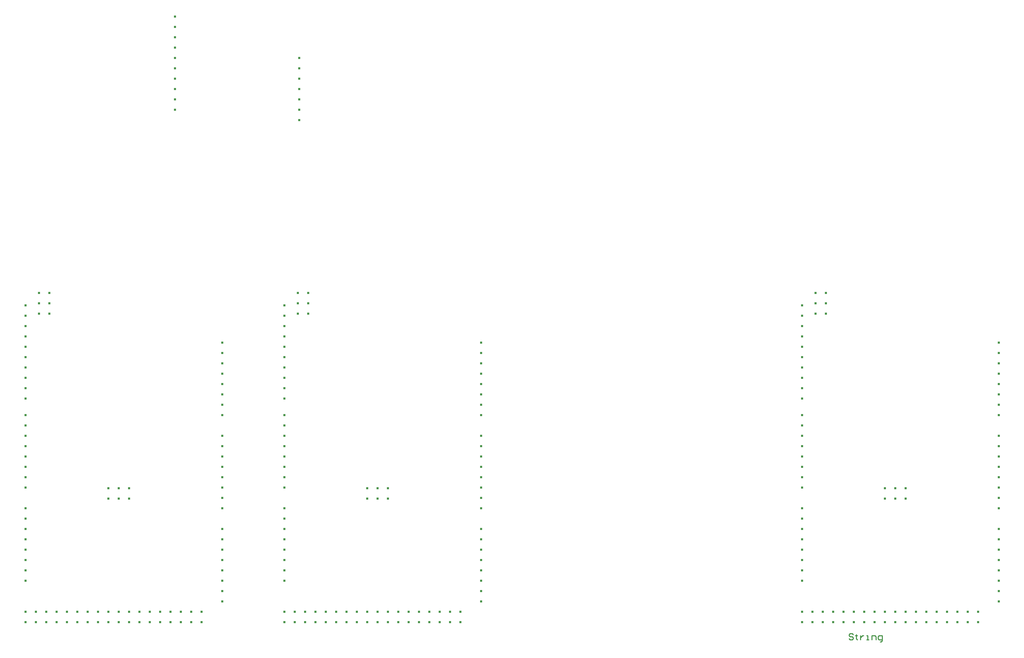
<source format=gbr>
%TF.GenerationSoftware,Altium Limited,Altium Designer,21.6.4 (81)*%
G04 Layer_Color=65535*
%FSLAX26Y26*%
%MOIN*%
%TF.SameCoordinates,892991E7-994B-4F78-B437-02A20B6E2807*%
%TF.FilePolarity,Positive*%
%TF.FileFunction,Other,Top_Designators*%
%TF.Part,Single*%
G01*
G75*
%TA.AperFunction,NonConductor*%
%ADD83C,0.010000*%
G36*
X6560000Y6140000D02*
X6540000D01*
Y6160000D01*
X6560000D01*
Y6140000D01*
D02*
G37*
G36*
Y6040000D02*
X6540000D01*
Y6060000D01*
X6560000D01*
Y6040000D01*
D02*
G37*
G36*
Y5940000D02*
X6540000D01*
Y5960000D01*
X6560000D01*
Y5940000D01*
D02*
G37*
G36*
Y5840000D02*
X6540000D01*
Y5860000D01*
X6560000D01*
Y5840000D01*
D02*
G37*
G36*
X7760000Y5740000D02*
X7740000D01*
Y5760000D01*
X7760000D01*
Y5740000D01*
D02*
G37*
G36*
X6560000D02*
X6540000D01*
Y5760000D01*
X6560000D01*
Y5740000D01*
D02*
G37*
G36*
X7760000Y5640000D02*
X7740000D01*
Y5660000D01*
X7760000D01*
Y5640000D01*
D02*
G37*
G36*
X6560000D02*
X6540000D01*
Y5660000D01*
X6560000D01*
Y5640000D01*
D02*
G37*
G36*
X7760000Y5540000D02*
X7740000D01*
Y5560000D01*
X7760000D01*
Y5540000D01*
D02*
G37*
G36*
X6560000D02*
X6540000D01*
Y5560000D01*
X6560000D01*
Y5540000D01*
D02*
G37*
G36*
X7760000Y5440000D02*
X7740000D01*
Y5460000D01*
X7760000D01*
Y5440000D01*
D02*
G37*
G36*
X6560000D02*
X6540000D01*
Y5460000D01*
X6560000D01*
Y5440000D01*
D02*
G37*
G36*
X7760000Y5340000D02*
X7740000D01*
Y5360000D01*
X7760000D01*
Y5340000D01*
D02*
G37*
G36*
X6560000D02*
X6540000D01*
Y5360000D01*
X6560000D01*
Y5340000D01*
D02*
G37*
G36*
X7760000Y5240000D02*
X7740000D01*
Y5260000D01*
X7760000D01*
Y5240000D01*
D02*
G37*
G36*
X6560000D02*
X6540000D01*
Y5260000D01*
X6560000D01*
Y5240000D01*
D02*
G37*
G36*
X7760000Y5140000D02*
X7740000D01*
Y5160000D01*
X7760000D01*
Y5140000D01*
D02*
G37*
G36*
X7846299Y3470000D02*
X7826299D01*
Y3490000D01*
X7846299D01*
Y3470000D01*
D02*
G37*
G36*
X7746299D02*
X7726299D01*
Y3490000D01*
X7746299D01*
Y3470000D01*
D02*
G37*
G36*
X5346299D02*
X5326299D01*
Y3490000D01*
X5346299D01*
Y3470000D01*
D02*
G37*
G36*
X5246299D02*
X5226299D01*
Y3490000D01*
X5246299D01*
Y3470000D01*
D02*
G37*
G36*
X7846299Y3370000D02*
X7826299D01*
Y3390000D01*
X7846299D01*
Y3370000D01*
D02*
G37*
G36*
X7746299D02*
X7726299D01*
Y3390000D01*
X7746299D01*
Y3370000D01*
D02*
G37*
G36*
X5346299D02*
X5326299D01*
Y3390000D01*
X5346299D01*
Y3370000D01*
D02*
G37*
G36*
X5246299D02*
X5226299D01*
Y3390000D01*
X5246299D01*
Y3370000D01*
D02*
G37*
G36*
X7616299Y3350000D02*
X7596299D01*
Y3370000D01*
X7616299D01*
Y3350000D01*
D02*
G37*
G36*
X5116299D02*
X5096299D01*
Y3370000D01*
X5116299D01*
Y3350000D01*
D02*
G37*
G36*
X7846299Y3270000D02*
X7826299D01*
Y3290000D01*
X7846299D01*
Y3270000D01*
D02*
G37*
G36*
X7746299D02*
X7726299D01*
Y3290000D01*
X7746299D01*
Y3270000D01*
D02*
G37*
G36*
X5346299D02*
X5326299D01*
Y3290000D01*
X5346299D01*
Y3270000D01*
D02*
G37*
G36*
X5246299D02*
X5226299D01*
Y3290000D01*
X5246299D01*
Y3270000D01*
D02*
G37*
G36*
X7616299Y3250000D02*
X7596299D01*
Y3270000D01*
X7616299D01*
Y3250000D01*
D02*
G37*
G36*
X5116299D02*
X5096299D01*
Y3270000D01*
X5116299D01*
Y3250000D01*
D02*
G37*
G36*
X7616299Y3150000D02*
X7596299D01*
Y3170000D01*
X7616299D01*
Y3150000D01*
D02*
G37*
G36*
X5116299D02*
X5096299D01*
Y3170000D01*
X5116299D01*
Y3150000D01*
D02*
G37*
G36*
X7616299Y3050000D02*
X7596299D01*
Y3070000D01*
X7616299D01*
Y3050000D01*
D02*
G37*
G36*
X5116299D02*
X5096299D01*
Y3070000D01*
X5116299D01*
Y3050000D01*
D02*
G37*
G36*
X7016299Y2990000D02*
X6996299D01*
Y3010000D01*
X7016299D01*
Y2990000D01*
D02*
G37*
G36*
X7616299Y2950000D02*
X7596299D01*
Y2970000D01*
X7616299D01*
Y2950000D01*
D02*
G37*
G36*
X5116299D02*
X5096299D01*
Y2970000D01*
X5116299D01*
Y2950000D01*
D02*
G37*
G36*
X7016299Y2890000D02*
X6996299D01*
Y2910000D01*
X7016299D01*
Y2890000D01*
D02*
G37*
G36*
X7616299Y2850000D02*
X7596299D01*
Y2870000D01*
X7616299D01*
Y2850000D01*
D02*
G37*
G36*
X5116299D02*
X5096299D01*
Y2870000D01*
X5116299D01*
Y2850000D01*
D02*
G37*
G36*
X7016299Y2790000D02*
X6996299D01*
Y2810000D01*
X7016299D01*
Y2790000D01*
D02*
G37*
G36*
X7616299Y2750000D02*
X7596299D01*
Y2770000D01*
X7616299D01*
Y2750000D01*
D02*
G37*
G36*
X5116299D02*
X5096299D01*
Y2770000D01*
X5116299D01*
Y2750000D01*
D02*
G37*
G36*
X7016299Y2690000D02*
X6996299D01*
Y2710000D01*
X7016299D01*
Y2690000D01*
D02*
G37*
G36*
X7616299Y2650000D02*
X7596299D01*
Y2670000D01*
X7616299D01*
Y2650000D01*
D02*
G37*
G36*
X5116299D02*
X5096299D01*
Y2670000D01*
X5116299D01*
Y2650000D01*
D02*
G37*
G36*
X7016299Y2590000D02*
X6996299D01*
Y2610000D01*
X7016299D01*
Y2590000D01*
D02*
G37*
G36*
X7616299Y2550000D02*
X7596299D01*
Y2570000D01*
X7616299D01*
Y2550000D01*
D02*
G37*
G36*
X5116299D02*
X5096299D01*
Y2570000D01*
X5116299D01*
Y2550000D01*
D02*
G37*
G36*
X7016299Y2490000D02*
X6996299D01*
Y2510000D01*
X7016299D01*
Y2490000D01*
D02*
G37*
G36*
X7616299Y2450000D02*
X7596299D01*
Y2470000D01*
X7616299D01*
Y2450000D01*
D02*
G37*
G36*
X5116299D02*
X5096299D01*
Y2470000D01*
X5116299D01*
Y2450000D01*
D02*
G37*
G36*
X7016299Y2390000D02*
X6996299D01*
Y2410000D01*
X7016299D01*
Y2390000D01*
D02*
G37*
G36*
X7616299Y2290000D02*
X7596299D01*
Y2310000D01*
X7616299D01*
Y2290000D01*
D02*
G37*
G36*
X7016299D02*
X6996299D01*
Y2310000D01*
X7016299D01*
Y2290000D01*
D02*
G37*
G36*
X5116299D02*
X5096299D01*
Y2310000D01*
X5116299D01*
Y2290000D01*
D02*
G37*
G36*
X7616299Y2190000D02*
X7596299D01*
Y2210000D01*
X7616299D01*
Y2190000D01*
D02*
G37*
G36*
X5116299D02*
X5096299D01*
Y2210000D01*
X5116299D01*
Y2190000D01*
D02*
G37*
G36*
X7616299Y2090000D02*
X7596299D01*
Y2110000D01*
X7616299D01*
Y2090000D01*
D02*
G37*
G36*
X7016299D02*
X6996299D01*
Y2110000D01*
X7016299D01*
Y2090000D01*
D02*
G37*
G36*
X5116299D02*
X5096299D01*
Y2110000D01*
X5116299D01*
Y2090000D01*
D02*
G37*
G36*
X7616299Y1990000D02*
X7596299D01*
Y2010000D01*
X7616299D01*
Y1990000D01*
D02*
G37*
G36*
X7016299D02*
X6996299D01*
Y2010000D01*
X7016299D01*
Y1990000D01*
D02*
G37*
G36*
X5116299D02*
X5096299D01*
Y2010000D01*
X5116299D01*
Y1990000D01*
D02*
G37*
G36*
X7616299Y1890000D02*
X7596299D01*
Y1910000D01*
X7616299D01*
Y1890000D01*
D02*
G37*
G36*
X7016299D02*
X6996299D01*
Y1910000D01*
X7016299D01*
Y1890000D01*
D02*
G37*
G36*
X5116299D02*
X5096299D01*
Y1910000D01*
X5116299D01*
Y1890000D01*
D02*
G37*
G36*
X7616299Y1790000D02*
X7596299D01*
Y1810000D01*
X7616299D01*
Y1790000D01*
D02*
G37*
G36*
X7016299D02*
X6996299D01*
Y1810000D01*
X7016299D01*
Y1790000D01*
D02*
G37*
G36*
X5116299D02*
X5096299D01*
Y1810000D01*
X5116299D01*
Y1790000D01*
D02*
G37*
G36*
X7616299Y1690000D02*
X7596299D01*
Y1710000D01*
X7616299D01*
Y1690000D01*
D02*
G37*
G36*
X7016299D02*
X6996299D01*
Y1710000D01*
X7016299D01*
Y1690000D01*
D02*
G37*
G36*
X5116299D02*
X5096299D01*
Y1710000D01*
X5116299D01*
Y1690000D01*
D02*
G37*
G36*
X7616299Y1590000D02*
X7596299D01*
Y1610000D01*
X7616299D01*
Y1590000D01*
D02*
G37*
G36*
X7016299D02*
X6996299D01*
Y1610000D01*
X7016299D01*
Y1590000D01*
D02*
G37*
G36*
X5116299D02*
X5096299D01*
Y1610000D01*
X5116299D01*
Y1590000D01*
D02*
G37*
G36*
X6116299Y1585000D02*
X6096299D01*
Y1605000D01*
X6116299D01*
Y1585000D01*
D02*
G37*
G36*
X6016299D02*
X5996299D01*
Y1605000D01*
X6016299D01*
Y1585000D01*
D02*
G37*
G36*
X5916299D02*
X5896299D01*
Y1605000D01*
X5916299D01*
Y1585000D01*
D02*
G37*
G36*
X7016299Y1490000D02*
X6996299D01*
Y1510000D01*
X7016299D01*
Y1490000D01*
D02*
G37*
G36*
X6116299Y1485000D02*
X6096299D01*
Y1505000D01*
X6116299D01*
Y1485000D01*
D02*
G37*
G36*
X6016299D02*
X5996299D01*
Y1505000D01*
X6016299D01*
Y1485000D01*
D02*
G37*
G36*
X5916299D02*
X5896299D01*
Y1505000D01*
X5916299D01*
Y1485000D01*
D02*
G37*
G36*
X7616299Y1390000D02*
X7596299D01*
Y1410000D01*
X7616299D01*
Y1390000D01*
D02*
G37*
G36*
X7016299D02*
X6996299D01*
Y1410000D01*
X7016299D01*
Y1390000D01*
D02*
G37*
G36*
X5116299D02*
X5096299D01*
Y1410000D01*
X5116299D01*
Y1390000D01*
D02*
G37*
G36*
X7616299Y1290000D02*
X7596299D01*
Y1310000D01*
X7616299D01*
Y1290000D01*
D02*
G37*
G36*
X5116299D02*
X5096299D01*
Y1310000D01*
X5116299D01*
Y1290000D01*
D02*
G37*
G36*
X7616299Y1190000D02*
X7596299D01*
Y1210000D01*
X7616299D01*
Y1190000D01*
D02*
G37*
G36*
X7016299D02*
X6996299D01*
Y1210000D01*
X7016299D01*
Y1190000D01*
D02*
G37*
G36*
X5116299D02*
X5096299D01*
Y1210000D01*
X5116299D01*
Y1190000D01*
D02*
G37*
G36*
X7616299Y1090000D02*
X7596299D01*
Y1110000D01*
X7616299D01*
Y1090000D01*
D02*
G37*
G36*
X7016299D02*
X6996299D01*
Y1110000D01*
X7016299D01*
Y1090000D01*
D02*
G37*
G36*
X5116299D02*
X5096299D01*
Y1110000D01*
X5116299D01*
Y1090000D01*
D02*
G37*
G36*
X7616299Y990000D02*
X7596299D01*
Y1010000D01*
X7616299D01*
Y990000D01*
D02*
G37*
G36*
X7016299D02*
X6996299D01*
Y1010000D01*
X7016299D01*
Y990000D01*
D02*
G37*
G36*
X5116299D02*
X5096299D01*
Y1010000D01*
X5116299D01*
Y990000D01*
D02*
G37*
G36*
X7616299Y890000D02*
X7596299D01*
Y910000D01*
X7616299D01*
Y890000D01*
D02*
G37*
G36*
X7016299D02*
X6996299D01*
Y910000D01*
X7016299D01*
Y890000D01*
D02*
G37*
G36*
X5116299D02*
X5096299D01*
Y910000D01*
X5116299D01*
Y890000D01*
D02*
G37*
G36*
X7616299Y790000D02*
X7596299D01*
Y810000D01*
X7616299D01*
Y790000D01*
D02*
G37*
G36*
X7016299D02*
X6996299D01*
Y810000D01*
X7016299D01*
Y790000D01*
D02*
G37*
G36*
X5116299D02*
X5096299D01*
Y810000D01*
X5116299D01*
Y790000D01*
D02*
G37*
G36*
X7616299Y690000D02*
X7596299D01*
Y710000D01*
X7616299D01*
Y690000D01*
D02*
G37*
G36*
X7016299D02*
X6996299D01*
Y710000D01*
X7016299D01*
Y690000D01*
D02*
G37*
G36*
X5116299D02*
X5096299D01*
Y710000D01*
X5116299D01*
Y690000D01*
D02*
G37*
G36*
X7016299Y590000D02*
X6996299D01*
Y610000D01*
X7016299D01*
Y590000D01*
D02*
G37*
G36*
Y490000D02*
X6996299D01*
Y510000D01*
X7016299D01*
Y490000D01*
D02*
G37*
G36*
X7916299Y390000D02*
X7896299D01*
Y410000D01*
X7916299D01*
Y390000D01*
D02*
G37*
G36*
X7816299D02*
X7796299D01*
Y410000D01*
X7816299D01*
Y390000D01*
D02*
G37*
G36*
X7716299D02*
X7696299D01*
Y410000D01*
X7716299D01*
Y390000D01*
D02*
G37*
G36*
X7616299D02*
X7596299D01*
Y410000D01*
X7616299D01*
Y390000D01*
D02*
G37*
G36*
X6816299D02*
X6796299D01*
Y410000D01*
X6816299D01*
Y390000D01*
D02*
G37*
G36*
X6716299D02*
X6696299D01*
Y410000D01*
X6716299D01*
Y390000D01*
D02*
G37*
G36*
X6616299D02*
X6596299D01*
Y410000D01*
X6616299D01*
Y390000D01*
D02*
G37*
G36*
X6516299D02*
X6496299D01*
Y410000D01*
X6516299D01*
Y390000D01*
D02*
G37*
G36*
X6416299D02*
X6396299D01*
Y410000D01*
X6416299D01*
Y390000D01*
D02*
G37*
G36*
X6316299D02*
X6296299D01*
Y410000D01*
X6316299D01*
Y390000D01*
D02*
G37*
G36*
X6216299D02*
X6196299D01*
Y410000D01*
X6216299D01*
Y390000D01*
D02*
G37*
G36*
X6116299D02*
X6096299D01*
Y410000D01*
X6116299D01*
Y390000D01*
D02*
G37*
G36*
X6016299D02*
X5996299D01*
Y410000D01*
X6016299D01*
Y390000D01*
D02*
G37*
G36*
X5916299D02*
X5896299D01*
Y410000D01*
X5916299D01*
Y390000D01*
D02*
G37*
G36*
X5816299D02*
X5796299D01*
Y410000D01*
X5816299D01*
Y390000D01*
D02*
G37*
G36*
X5716299D02*
X5696299D01*
Y410000D01*
X5716299D01*
Y390000D01*
D02*
G37*
G36*
X5616299D02*
X5596299D01*
Y410000D01*
X5616299D01*
Y390000D01*
D02*
G37*
G36*
X5516299D02*
X5496299D01*
Y410000D01*
X5516299D01*
Y390000D01*
D02*
G37*
G36*
X5416299D02*
X5396299D01*
Y410000D01*
X5416299D01*
Y390000D01*
D02*
G37*
G36*
X5316299D02*
X5296299D01*
Y410000D01*
X5316299D01*
Y390000D01*
D02*
G37*
G36*
X5216299D02*
X5196299D01*
Y410000D01*
X5216299D01*
Y390000D01*
D02*
G37*
G36*
X5116299D02*
X5096299D01*
Y410000D01*
X5116299D01*
Y390000D01*
D02*
G37*
G36*
X7916299Y290000D02*
X7896299D01*
Y310000D01*
X7916299D01*
Y290000D01*
D02*
G37*
G36*
X7816299D02*
X7796299D01*
Y310000D01*
X7816299D01*
Y290000D01*
D02*
G37*
G36*
X7716299D02*
X7696299D01*
Y310000D01*
X7716299D01*
Y290000D01*
D02*
G37*
G36*
X7616299D02*
X7596299D01*
Y310000D01*
X7616299D01*
Y290000D01*
D02*
G37*
G36*
X6816299D02*
X6796299D01*
Y310000D01*
X6816299D01*
Y290000D01*
D02*
G37*
G36*
X6716299D02*
X6696299D01*
Y310000D01*
X6716299D01*
Y290000D01*
D02*
G37*
G36*
X6616299D02*
X6596299D01*
Y310000D01*
X6616299D01*
Y290000D01*
D02*
G37*
G36*
X6516299D02*
X6496299D01*
Y310000D01*
X6516299D01*
Y290000D01*
D02*
G37*
G36*
X6416299D02*
X6396299D01*
Y310000D01*
X6416299D01*
Y290000D01*
D02*
G37*
G36*
X6316299D02*
X6296299D01*
Y310000D01*
X6316299D01*
Y290000D01*
D02*
G37*
G36*
X6216299D02*
X6196299D01*
Y310000D01*
X6216299D01*
Y290000D01*
D02*
G37*
G36*
X6116299D02*
X6096299D01*
Y310000D01*
X6116299D01*
Y290000D01*
D02*
G37*
G36*
X6016299D02*
X5996299D01*
Y310000D01*
X6016299D01*
Y290000D01*
D02*
G37*
G36*
X5916299D02*
X5896299D01*
Y310000D01*
X5916299D01*
Y290000D01*
D02*
G37*
G36*
X5816299D02*
X5796299D01*
Y310000D01*
X5816299D01*
Y290000D01*
D02*
G37*
G36*
X5716299D02*
X5696299D01*
Y310000D01*
X5716299D01*
Y290000D01*
D02*
G37*
G36*
X5616299D02*
X5596299D01*
Y310000D01*
X5616299D01*
Y290000D01*
D02*
G37*
G36*
X5516299D02*
X5496299D01*
Y310000D01*
X5516299D01*
Y290000D01*
D02*
G37*
G36*
X5416299D02*
X5396299D01*
Y310000D01*
X5416299D01*
Y290000D01*
D02*
G37*
G36*
X5316299D02*
X5296299D01*
Y310000D01*
X5316299D01*
Y290000D01*
D02*
G37*
G36*
X5216299D02*
X5196299D01*
Y310000D01*
X5216299D01*
Y290000D01*
D02*
G37*
G36*
X5116299D02*
X5096299D01*
Y310000D01*
X5116299D01*
Y290000D01*
D02*
G37*
G36*
X12846299Y3470000D02*
X12826299D01*
Y3490000D01*
X12846299D01*
Y3470000D01*
D02*
G37*
G36*
X12746299D02*
X12726299D01*
Y3490000D01*
X12746299D01*
Y3470000D01*
D02*
G37*
G36*
X12846299Y3370000D02*
X12826299D01*
Y3390000D01*
X12846299D01*
Y3370000D01*
D02*
G37*
G36*
X12746299D02*
X12726299D01*
Y3390000D01*
X12746299D01*
Y3370000D01*
D02*
G37*
G36*
X12616299Y3350000D02*
X12596299D01*
Y3370000D01*
X12616299D01*
Y3350000D01*
D02*
G37*
G36*
X12846299Y3270000D02*
X12826299D01*
Y3290000D01*
X12846299D01*
Y3270000D01*
D02*
G37*
G36*
X12746299D02*
X12726299D01*
Y3290000D01*
X12746299D01*
Y3270000D01*
D02*
G37*
G36*
X12616299Y3250000D02*
X12596299D01*
Y3270000D01*
X12616299D01*
Y3250000D01*
D02*
G37*
G36*
Y3150000D02*
X12596299D01*
Y3170000D01*
X12616299D01*
Y3150000D01*
D02*
G37*
G36*
Y3050000D02*
X12596299D01*
Y3070000D01*
X12616299D01*
Y3050000D01*
D02*
G37*
G36*
X14516299Y2990000D02*
X14496299D01*
Y3010000D01*
X14516299D01*
Y2990000D01*
D02*
G37*
G36*
X9516299D02*
X9496299D01*
Y3010000D01*
X9516299D01*
Y2990000D01*
D02*
G37*
G36*
X12616299Y2950000D02*
X12596299D01*
Y2970000D01*
X12616299D01*
Y2950000D01*
D02*
G37*
G36*
X14516299Y2890000D02*
X14496299D01*
Y2910000D01*
X14516299D01*
Y2890000D01*
D02*
G37*
G36*
X9516299D02*
X9496299D01*
Y2910000D01*
X9516299D01*
Y2890000D01*
D02*
G37*
G36*
X12616299Y2850000D02*
X12596299D01*
Y2870000D01*
X12616299D01*
Y2850000D01*
D02*
G37*
G36*
X14516299Y2790000D02*
X14496299D01*
Y2810000D01*
X14516299D01*
Y2790000D01*
D02*
G37*
G36*
X9516299D02*
X9496299D01*
Y2810000D01*
X9516299D01*
Y2790000D01*
D02*
G37*
G36*
X12616299Y2750000D02*
X12596299D01*
Y2770000D01*
X12616299D01*
Y2750000D01*
D02*
G37*
G36*
X14516299Y2690000D02*
X14496299D01*
Y2710000D01*
X14516299D01*
Y2690000D01*
D02*
G37*
G36*
X9516299D02*
X9496299D01*
Y2710000D01*
X9516299D01*
Y2690000D01*
D02*
G37*
G36*
X12616299Y2650000D02*
X12596299D01*
Y2670000D01*
X12616299D01*
Y2650000D01*
D02*
G37*
G36*
X14516299Y2590000D02*
X14496299D01*
Y2610000D01*
X14516299D01*
Y2590000D01*
D02*
G37*
G36*
X9516299D02*
X9496299D01*
Y2610000D01*
X9516299D01*
Y2590000D01*
D02*
G37*
G36*
X12616299Y2550000D02*
X12596299D01*
Y2570000D01*
X12616299D01*
Y2550000D01*
D02*
G37*
G36*
X14516299Y2490000D02*
X14496299D01*
Y2510000D01*
X14516299D01*
Y2490000D01*
D02*
G37*
G36*
X9516299D02*
X9496299D01*
Y2510000D01*
X9516299D01*
Y2490000D01*
D02*
G37*
G36*
X12616299Y2450000D02*
X12596299D01*
Y2470000D01*
X12616299D01*
Y2450000D01*
D02*
G37*
G36*
X14516299Y2390000D02*
X14496299D01*
Y2410000D01*
X14516299D01*
Y2390000D01*
D02*
G37*
G36*
X9516299D02*
X9496299D01*
Y2410000D01*
X9516299D01*
Y2390000D01*
D02*
G37*
G36*
X14516299Y2290000D02*
X14496299D01*
Y2310000D01*
X14516299D01*
Y2290000D01*
D02*
G37*
G36*
X12616299D02*
X12596299D01*
Y2310000D01*
X12616299D01*
Y2290000D01*
D02*
G37*
G36*
X9516299D02*
X9496299D01*
Y2310000D01*
X9516299D01*
Y2290000D01*
D02*
G37*
G36*
X12616299Y2190000D02*
X12596299D01*
Y2210000D01*
X12616299D01*
Y2190000D01*
D02*
G37*
G36*
X14516299Y2090000D02*
X14496299D01*
Y2110000D01*
X14516299D01*
Y2090000D01*
D02*
G37*
G36*
X12616299D02*
X12596299D01*
Y2110000D01*
X12616299D01*
Y2090000D01*
D02*
G37*
G36*
X9516299D02*
X9496299D01*
Y2110000D01*
X9516299D01*
Y2090000D01*
D02*
G37*
G36*
X14516299Y1990000D02*
X14496299D01*
Y2010000D01*
X14516299D01*
Y1990000D01*
D02*
G37*
G36*
X12616299D02*
X12596299D01*
Y2010000D01*
X12616299D01*
Y1990000D01*
D02*
G37*
G36*
X9516299D02*
X9496299D01*
Y2010000D01*
X9516299D01*
Y1990000D01*
D02*
G37*
G36*
X14516299Y1890000D02*
X14496299D01*
Y1910000D01*
X14516299D01*
Y1890000D01*
D02*
G37*
G36*
X12616299D02*
X12596299D01*
Y1910000D01*
X12616299D01*
Y1890000D01*
D02*
G37*
G36*
X9516299D02*
X9496299D01*
Y1910000D01*
X9516299D01*
Y1890000D01*
D02*
G37*
G36*
X14516299Y1790000D02*
X14496299D01*
Y1810000D01*
X14516299D01*
Y1790000D01*
D02*
G37*
G36*
X12616299D02*
X12596299D01*
Y1810000D01*
X12616299D01*
Y1790000D01*
D02*
G37*
G36*
X9516299D02*
X9496299D01*
Y1810000D01*
X9516299D01*
Y1790000D01*
D02*
G37*
G36*
X14516299Y1690000D02*
X14496299D01*
Y1710000D01*
X14516299D01*
Y1690000D01*
D02*
G37*
G36*
X12616299D02*
X12596299D01*
Y1710000D01*
X12616299D01*
Y1690000D01*
D02*
G37*
G36*
X9516299D02*
X9496299D01*
Y1710000D01*
X9516299D01*
Y1690000D01*
D02*
G37*
G36*
X14516299Y1590000D02*
X14496299D01*
Y1610000D01*
X14516299D01*
Y1590000D01*
D02*
G37*
G36*
X12616299D02*
X12596299D01*
Y1610000D01*
X12616299D01*
Y1590000D01*
D02*
G37*
G36*
X9516299D02*
X9496299D01*
Y1610000D01*
X9516299D01*
Y1590000D01*
D02*
G37*
G36*
X13616299Y1585000D02*
X13596299D01*
Y1605000D01*
X13616299D01*
Y1585000D01*
D02*
G37*
G36*
X13516299D02*
X13496299D01*
Y1605000D01*
X13516299D01*
Y1585000D01*
D02*
G37*
G36*
X13416299D02*
X13396299D01*
Y1605000D01*
X13416299D01*
Y1585000D01*
D02*
G37*
G36*
X8616299D02*
X8596299D01*
Y1605000D01*
X8616299D01*
Y1585000D01*
D02*
G37*
G36*
X8516299D02*
X8496299D01*
Y1605000D01*
X8516299D01*
Y1585000D01*
D02*
G37*
G36*
X8416299D02*
X8396299D01*
Y1605000D01*
X8416299D01*
Y1585000D01*
D02*
G37*
G36*
X14516299Y1490000D02*
X14496299D01*
Y1510000D01*
X14516299D01*
Y1490000D01*
D02*
G37*
G36*
X9516299D02*
X9496299D01*
Y1510000D01*
X9516299D01*
Y1490000D01*
D02*
G37*
G36*
X13616299Y1485000D02*
X13596299D01*
Y1505000D01*
X13616299D01*
Y1485000D01*
D02*
G37*
G36*
X13516299D02*
X13496299D01*
Y1505000D01*
X13516299D01*
Y1485000D01*
D02*
G37*
G36*
X13416299D02*
X13396299D01*
Y1505000D01*
X13416299D01*
Y1485000D01*
D02*
G37*
G36*
X8616299D02*
X8596299D01*
Y1505000D01*
X8616299D01*
Y1485000D01*
D02*
G37*
G36*
X8516299D02*
X8496299D01*
Y1505000D01*
X8516299D01*
Y1485000D01*
D02*
G37*
G36*
X8416299D02*
X8396299D01*
Y1505000D01*
X8416299D01*
Y1485000D01*
D02*
G37*
G36*
X14516299Y1390000D02*
X14496299D01*
Y1410000D01*
X14516299D01*
Y1390000D01*
D02*
G37*
G36*
X12616299D02*
X12596299D01*
Y1410000D01*
X12616299D01*
Y1390000D01*
D02*
G37*
G36*
X9516299D02*
X9496299D01*
Y1410000D01*
X9516299D01*
Y1390000D01*
D02*
G37*
G36*
X12616299Y1290000D02*
X12596299D01*
Y1310000D01*
X12616299D01*
Y1290000D01*
D02*
G37*
G36*
X14516299Y1190000D02*
X14496299D01*
Y1210000D01*
X14516299D01*
Y1190000D01*
D02*
G37*
G36*
X12616299D02*
X12596299D01*
Y1210000D01*
X12616299D01*
Y1190000D01*
D02*
G37*
G36*
X9516299D02*
X9496299D01*
Y1210000D01*
X9516299D01*
Y1190000D01*
D02*
G37*
G36*
X14516299Y1090000D02*
X14496299D01*
Y1110000D01*
X14516299D01*
Y1090000D01*
D02*
G37*
G36*
X12616299D02*
X12596299D01*
Y1110000D01*
X12616299D01*
Y1090000D01*
D02*
G37*
G36*
X9516299D02*
X9496299D01*
Y1110000D01*
X9516299D01*
Y1090000D01*
D02*
G37*
G36*
X14516299Y990000D02*
X14496299D01*
Y1010000D01*
X14516299D01*
Y990000D01*
D02*
G37*
G36*
X12616299D02*
X12596299D01*
Y1010000D01*
X12616299D01*
Y990000D01*
D02*
G37*
G36*
X9516299D02*
X9496299D01*
Y1010000D01*
X9516299D01*
Y990000D01*
D02*
G37*
G36*
X14516299Y890000D02*
X14496299D01*
Y910000D01*
X14516299D01*
Y890000D01*
D02*
G37*
G36*
X12616299D02*
X12596299D01*
Y910000D01*
X12616299D01*
Y890000D01*
D02*
G37*
G36*
X9516299D02*
X9496299D01*
Y910000D01*
X9516299D01*
Y890000D01*
D02*
G37*
G36*
X14516299Y790000D02*
X14496299D01*
Y810000D01*
X14516299D01*
Y790000D01*
D02*
G37*
G36*
X12616299D02*
X12596299D01*
Y810000D01*
X12616299D01*
Y790000D01*
D02*
G37*
G36*
X9516299D02*
X9496299D01*
Y810000D01*
X9516299D01*
Y790000D01*
D02*
G37*
G36*
X14516299Y690000D02*
X14496299D01*
Y710000D01*
X14516299D01*
Y690000D01*
D02*
G37*
G36*
X12616299D02*
X12596299D01*
Y710000D01*
X12616299D01*
Y690000D01*
D02*
G37*
G36*
X9516299D02*
X9496299D01*
Y710000D01*
X9516299D01*
Y690000D01*
D02*
G37*
G36*
X14516299Y590000D02*
X14496299D01*
Y610000D01*
X14516299D01*
Y590000D01*
D02*
G37*
G36*
X9516299D02*
X9496299D01*
Y610000D01*
X9516299D01*
Y590000D01*
D02*
G37*
G36*
X14516299Y490000D02*
X14496299D01*
Y510000D01*
X14516299D01*
Y490000D01*
D02*
G37*
G36*
X9516299D02*
X9496299D01*
Y510000D01*
X9516299D01*
Y490000D01*
D02*
G37*
G36*
X14316299Y390000D02*
X14296299D01*
Y410000D01*
X14316299D01*
Y390000D01*
D02*
G37*
G36*
X14216299D02*
X14196299D01*
Y410000D01*
X14216299D01*
Y390000D01*
D02*
G37*
G36*
X14116299D02*
X14096299D01*
Y410000D01*
X14116299D01*
Y390000D01*
D02*
G37*
G36*
X14016299D02*
X13996299D01*
Y410000D01*
X14016299D01*
Y390000D01*
D02*
G37*
G36*
X13916299D02*
X13896299D01*
Y410000D01*
X13916299D01*
Y390000D01*
D02*
G37*
G36*
X13816299D02*
X13796299D01*
Y410000D01*
X13816299D01*
Y390000D01*
D02*
G37*
G36*
X13716299D02*
X13696299D01*
Y410000D01*
X13716299D01*
Y390000D01*
D02*
G37*
G36*
X13616299D02*
X13596299D01*
Y410000D01*
X13616299D01*
Y390000D01*
D02*
G37*
G36*
X13516299D02*
X13496299D01*
Y410000D01*
X13516299D01*
Y390000D01*
D02*
G37*
G36*
X13416299D02*
X13396299D01*
Y410000D01*
X13416299D01*
Y390000D01*
D02*
G37*
G36*
X13316299D02*
X13296299D01*
Y410000D01*
X13316299D01*
Y390000D01*
D02*
G37*
G36*
X13216299D02*
X13196299D01*
Y410000D01*
X13216299D01*
Y390000D01*
D02*
G37*
G36*
X13116299D02*
X13096299D01*
Y410000D01*
X13116299D01*
Y390000D01*
D02*
G37*
G36*
X13016299D02*
X12996299D01*
Y410000D01*
X13016299D01*
Y390000D01*
D02*
G37*
G36*
X12916299D02*
X12896299D01*
Y410000D01*
X12916299D01*
Y390000D01*
D02*
G37*
G36*
X12816299D02*
X12796299D01*
Y410000D01*
X12816299D01*
Y390000D01*
D02*
G37*
G36*
X12716299D02*
X12696299D01*
Y410000D01*
X12716299D01*
Y390000D01*
D02*
G37*
G36*
X12616299D02*
X12596299D01*
Y410000D01*
X12616299D01*
Y390000D01*
D02*
G37*
G36*
X9316299D02*
X9296299D01*
Y410000D01*
X9316299D01*
Y390000D01*
D02*
G37*
G36*
X9216299D02*
X9196299D01*
Y410000D01*
X9216299D01*
Y390000D01*
D02*
G37*
G36*
X9116299D02*
X9096299D01*
Y410000D01*
X9116299D01*
Y390000D01*
D02*
G37*
G36*
X9016299D02*
X8996299D01*
Y410000D01*
X9016299D01*
Y390000D01*
D02*
G37*
G36*
X8916299D02*
X8896299D01*
Y410000D01*
X8916299D01*
Y390000D01*
D02*
G37*
G36*
X8816299D02*
X8796299D01*
Y410000D01*
X8816299D01*
Y390000D01*
D02*
G37*
G36*
X8716299D02*
X8696299D01*
Y410000D01*
X8716299D01*
Y390000D01*
D02*
G37*
G36*
X8616299D02*
X8596299D01*
Y410000D01*
X8616299D01*
Y390000D01*
D02*
G37*
G36*
X8516299D02*
X8496299D01*
Y410000D01*
X8516299D01*
Y390000D01*
D02*
G37*
G36*
X8416299D02*
X8396299D01*
Y410000D01*
X8416299D01*
Y390000D01*
D02*
G37*
G36*
X8316299D02*
X8296299D01*
Y410000D01*
X8316299D01*
Y390000D01*
D02*
G37*
G36*
X8216299D02*
X8196299D01*
Y410000D01*
X8216299D01*
Y390000D01*
D02*
G37*
G36*
X8116299D02*
X8096299D01*
Y410000D01*
X8116299D01*
Y390000D01*
D02*
G37*
G36*
X8016299D02*
X7996299D01*
Y410000D01*
X8016299D01*
Y390000D01*
D02*
G37*
G36*
X14316299Y290000D02*
X14296299D01*
Y310000D01*
X14316299D01*
Y290000D01*
D02*
G37*
G36*
X14216299D02*
X14196299D01*
Y310000D01*
X14216299D01*
Y290000D01*
D02*
G37*
G36*
X14116299D02*
X14096299D01*
Y310000D01*
X14116299D01*
Y290000D01*
D02*
G37*
G36*
X14016299D02*
X13996299D01*
Y310000D01*
X14016299D01*
Y290000D01*
D02*
G37*
G36*
X13916299D02*
X13896299D01*
Y310000D01*
X13916299D01*
Y290000D01*
D02*
G37*
G36*
X13816299D02*
X13796299D01*
Y310000D01*
X13816299D01*
Y290000D01*
D02*
G37*
G36*
X13716299D02*
X13696299D01*
Y310000D01*
X13716299D01*
Y290000D01*
D02*
G37*
G36*
X13616299D02*
X13596299D01*
Y310000D01*
X13616299D01*
Y290000D01*
D02*
G37*
G36*
X13516299D02*
X13496299D01*
Y310000D01*
X13516299D01*
Y290000D01*
D02*
G37*
G36*
X13416299D02*
X13396299D01*
Y310000D01*
X13416299D01*
Y290000D01*
D02*
G37*
G36*
X13316299D02*
X13296299D01*
Y310000D01*
X13316299D01*
Y290000D01*
D02*
G37*
G36*
X13216299D02*
X13196299D01*
Y310000D01*
X13216299D01*
Y290000D01*
D02*
G37*
G36*
X13116299D02*
X13096299D01*
Y310000D01*
X13116299D01*
Y290000D01*
D02*
G37*
G36*
X13016299D02*
X12996299D01*
Y310000D01*
X13016299D01*
Y290000D01*
D02*
G37*
G36*
X12916299D02*
X12896299D01*
Y310000D01*
X12916299D01*
Y290000D01*
D02*
G37*
G36*
X12816299D02*
X12796299D01*
Y310000D01*
X12816299D01*
Y290000D01*
D02*
G37*
G36*
X12716299D02*
X12696299D01*
Y310000D01*
X12716299D01*
Y290000D01*
D02*
G37*
G36*
X12616299D02*
X12596299D01*
Y310000D01*
X12616299D01*
Y290000D01*
D02*
G37*
G36*
X9316299D02*
X9296299D01*
Y310000D01*
X9316299D01*
Y290000D01*
D02*
G37*
G36*
X9216299D02*
X9196299D01*
Y310000D01*
X9216299D01*
Y290000D01*
D02*
G37*
G36*
X9116299D02*
X9096299D01*
Y310000D01*
X9116299D01*
Y290000D01*
D02*
G37*
G36*
X9016299D02*
X8996299D01*
Y310000D01*
X9016299D01*
Y290000D01*
D02*
G37*
G36*
X8916299D02*
X8896299D01*
Y310000D01*
X8916299D01*
Y290000D01*
D02*
G37*
G36*
X8816299D02*
X8796299D01*
Y310000D01*
X8816299D01*
Y290000D01*
D02*
G37*
G36*
X8716299D02*
X8696299D01*
Y310000D01*
X8716299D01*
Y290000D01*
D02*
G37*
G36*
X8616299D02*
X8596299D01*
Y310000D01*
X8616299D01*
Y290000D01*
D02*
G37*
G36*
X8516299D02*
X8496299D01*
Y310000D01*
X8516299D01*
Y290000D01*
D02*
G37*
G36*
X8416299D02*
X8396299D01*
Y310000D01*
X8416299D01*
Y290000D01*
D02*
G37*
G36*
X8316299D02*
X8296299D01*
Y310000D01*
X8316299D01*
Y290000D01*
D02*
G37*
G36*
X8216299D02*
X8196299D01*
Y310000D01*
X8216299D01*
Y290000D01*
D02*
G37*
G36*
X8116299D02*
X8096299D01*
Y310000D01*
X8116299D01*
Y290000D01*
D02*
G37*
G36*
X8016299D02*
X7996299D01*
Y310000D01*
X8016299D01*
Y290000D01*
D02*
G37*
D83*
X13099987Y179977D02*
X13089990Y189974D01*
X13069997D01*
X13060000Y179977D01*
Y169981D01*
X13069997Y159984D01*
X13089990D01*
X13099987Y149987D01*
Y139990D01*
X13089990Y129994D01*
X13069997D01*
X13060000Y139990D01*
X13129977Y179977D02*
Y169981D01*
X13119981D01*
X13139974D01*
X13129977D01*
Y139990D01*
X13139974Y129994D01*
X13169964Y169981D02*
Y129994D01*
Y149987D01*
X13179961Y159984D01*
X13189958Y169981D01*
X13199955D01*
X13229945Y129994D02*
X13249939D01*
X13239942D01*
Y169981D01*
X13229945D01*
X13279929Y129994D02*
Y169981D01*
X13309919D01*
X13319916Y159984D01*
Y129994D01*
X13359903Y110000D02*
X13369900D01*
X13379897Y119997D01*
Y169981D01*
X13349906D01*
X13339909Y159984D01*
Y139990D01*
X13349906Y129994D01*
X13379897D01*
%TF.MD5,fce024259075d5f11722a0f74d9aad5b*%
M02*

</source>
